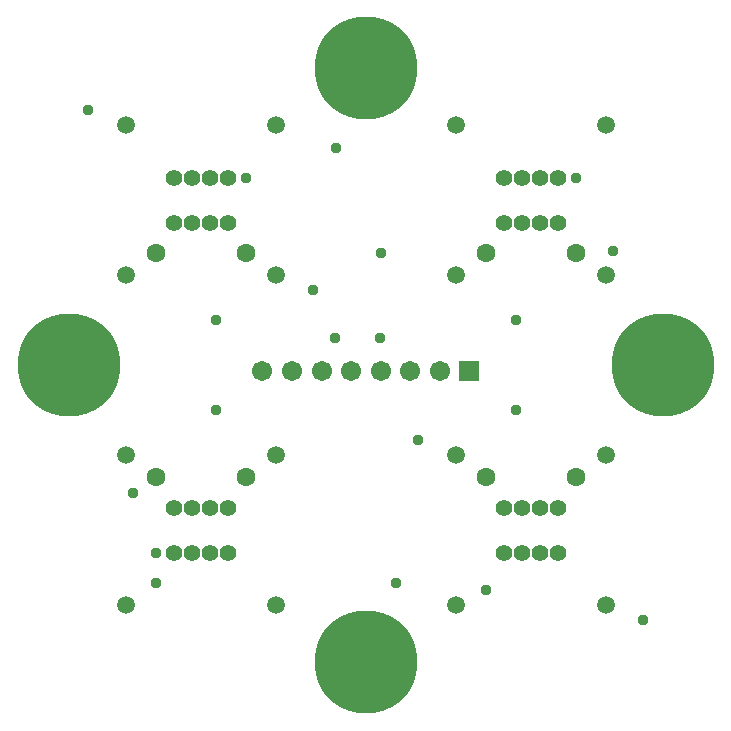
<source format=gbr>
G04 EAGLE Gerber RS-274X export*
G75*
%MOMM*%
%FSLAX34Y34*%
%LPD*%
%INSoldermask Top*%
%IPPOS*%
%AMOC8*
5,1,8,0,0,1.08239X$1,22.5*%
G01*
G04 Define Apertures*
%ADD10C,1.600200*%
%ADD11C,1.422400*%
%ADD12C,1.498600*%
%ADD13C,3.403200*%
%ADD14C,8.703200*%
%ADD15R,1.711200X1.711200*%
%ADD16C,1.711200*%
%ADD17C,0.959600*%
D10*
X139700Y412242D03*
X215900Y412242D03*
D11*
X170180Y438150D03*
X170180Y476250D03*
X154940Y438150D03*
X154940Y476250D03*
X185420Y438150D03*
X185420Y476250D03*
X200660Y438150D03*
X200660Y476250D03*
D12*
X241300Y393700D03*
X114300Y393700D03*
X114300Y520700D03*
X241300Y520700D03*
D10*
X419100Y412242D03*
X495300Y412242D03*
D11*
X449580Y438150D03*
X449580Y476250D03*
X434340Y438150D03*
X434340Y476250D03*
X464820Y438150D03*
X464820Y476250D03*
X480060Y438150D03*
X480060Y476250D03*
D12*
X520700Y393700D03*
X393700Y393700D03*
X393700Y520700D03*
X520700Y520700D03*
D10*
X495300Y222758D03*
X419100Y222758D03*
D11*
X464820Y196850D03*
X464820Y158750D03*
X480060Y196850D03*
X480060Y158750D03*
X449580Y196850D03*
X449580Y158750D03*
X434340Y196850D03*
X434340Y158750D03*
D12*
X393700Y241300D03*
X520700Y241300D03*
X520700Y114300D03*
X393700Y114300D03*
D10*
X215900Y222758D03*
X139700Y222758D03*
D11*
X185420Y196850D03*
X185420Y158750D03*
X200660Y196850D03*
X200660Y158750D03*
X170180Y196850D03*
X170180Y158750D03*
X154940Y196850D03*
X154940Y158750D03*
D12*
X114300Y241300D03*
X241300Y241300D03*
X241300Y114300D03*
X114300Y114300D03*
D13*
X317500Y568960D03*
D14*
X317500Y568960D03*
D13*
X568960Y317500D03*
D14*
X568960Y317500D03*
D13*
X317500Y66040D03*
D14*
X317500Y66040D03*
D13*
X66040Y317500D03*
D14*
X66040Y317500D03*
D15*
X405000Y312250D03*
D16*
X380000Y312250D03*
X355000Y312250D03*
X330000Y312250D03*
X305000Y312250D03*
X280000Y312250D03*
X255000Y312250D03*
X230000Y312250D03*
D17*
X495300Y476250D03*
X419100Y127000D03*
X139700Y133350D03*
X215900Y476250D03*
X330200Y412750D03*
X139700Y158750D03*
X342900Y133350D03*
X190500Y279400D03*
X361950Y254000D03*
X444500Y279400D03*
X444500Y355600D03*
X552450Y101600D03*
X292100Y501650D03*
X273050Y381000D03*
X190500Y355600D03*
X82550Y533400D03*
X120650Y209550D03*
X527050Y414119D03*
X329184Y340360D03*
X291366Y340388D03*
M02*

</source>
